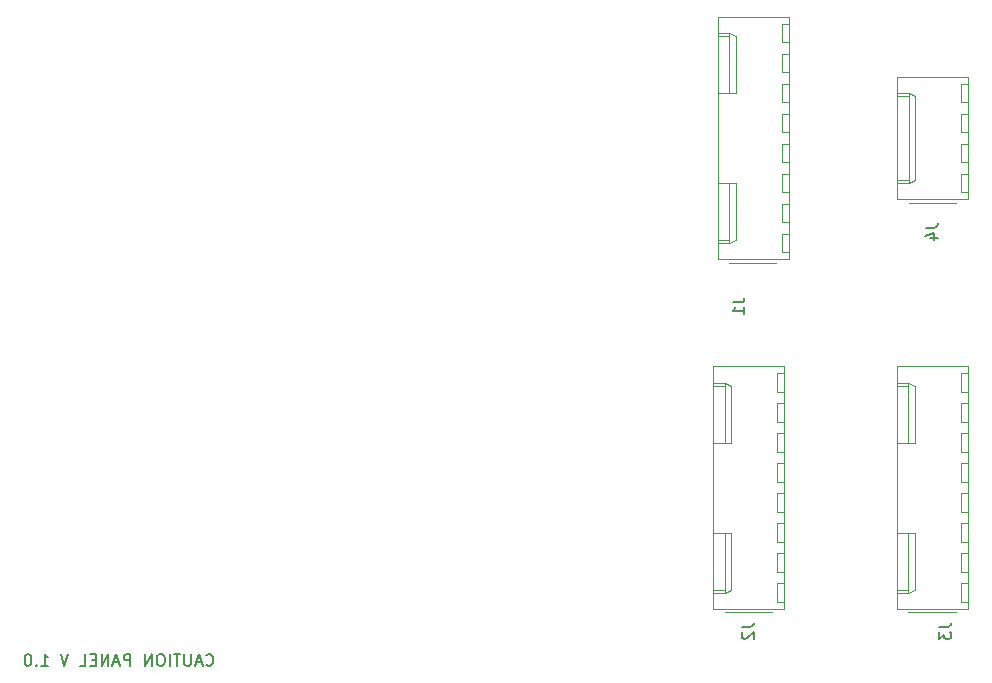
<source format=gbr>
%TF.GenerationSoftware,KiCad,Pcbnew,(6.0.7-1)-1*%
%TF.CreationDate,2023-11-06T04:03:55+10:00*%
%TF.ProjectId,Caution Panel,43617574-696f-46e2-9050-616e656c2e6b,rev?*%
%TF.SameCoordinates,Original*%
%TF.FileFunction,Legend,Bot*%
%TF.FilePolarity,Positive*%
%FSLAX46Y46*%
G04 Gerber Fmt 4.6, Leading zero omitted, Abs format (unit mm)*
G04 Created by KiCad (PCBNEW (6.0.7-1)-1) date 2023-11-06 04:03:55*
%MOMM*%
%LPD*%
G01*
G04 APERTURE LIST*
%ADD10C,0.150000*%
%ADD11C,0.120000*%
G04 APERTURE END LIST*
D10*
X114880952Y-115357142D02*
X114928571Y-115404761D01*
X115071428Y-115452380D01*
X115166666Y-115452380D01*
X115309523Y-115404761D01*
X115404761Y-115309523D01*
X115452380Y-115214285D01*
X115500000Y-115023809D01*
X115500000Y-114880952D01*
X115452380Y-114690476D01*
X115404761Y-114595238D01*
X115309523Y-114500000D01*
X115166666Y-114452380D01*
X115071428Y-114452380D01*
X114928571Y-114500000D01*
X114880952Y-114547619D01*
X114500000Y-115166666D02*
X114023809Y-115166666D01*
X114595238Y-115452380D02*
X114261904Y-114452380D01*
X113928571Y-115452380D01*
X113595238Y-114452380D02*
X113595238Y-115261904D01*
X113547619Y-115357142D01*
X113500000Y-115404761D01*
X113404761Y-115452380D01*
X113214285Y-115452380D01*
X113119047Y-115404761D01*
X113071428Y-115357142D01*
X113023809Y-115261904D01*
X113023809Y-114452380D01*
X112690476Y-114452380D02*
X112119047Y-114452380D01*
X112404761Y-115452380D02*
X112404761Y-114452380D01*
X111785714Y-115452380D02*
X111785714Y-114452380D01*
X111119047Y-114452380D02*
X110928571Y-114452380D01*
X110833333Y-114500000D01*
X110738095Y-114595238D01*
X110690476Y-114785714D01*
X110690476Y-115119047D01*
X110738095Y-115309523D01*
X110833333Y-115404761D01*
X110928571Y-115452380D01*
X111119047Y-115452380D01*
X111214285Y-115404761D01*
X111309523Y-115309523D01*
X111357142Y-115119047D01*
X111357142Y-114785714D01*
X111309523Y-114595238D01*
X111214285Y-114500000D01*
X111119047Y-114452380D01*
X110261904Y-115452380D02*
X110261904Y-114452380D01*
X109690476Y-115452380D01*
X109690476Y-114452380D01*
X108452380Y-115452380D02*
X108452380Y-114452380D01*
X108071428Y-114452380D01*
X107976190Y-114500000D01*
X107928571Y-114547619D01*
X107880952Y-114642857D01*
X107880952Y-114785714D01*
X107928571Y-114880952D01*
X107976190Y-114928571D01*
X108071428Y-114976190D01*
X108452380Y-114976190D01*
X107500000Y-115166666D02*
X107023809Y-115166666D01*
X107595238Y-115452380D02*
X107261904Y-114452380D01*
X106928571Y-115452380D01*
X106595238Y-115452380D02*
X106595238Y-114452380D01*
X106023809Y-115452380D01*
X106023809Y-114452380D01*
X105547619Y-114928571D02*
X105214285Y-114928571D01*
X105071428Y-115452380D02*
X105547619Y-115452380D01*
X105547619Y-114452380D01*
X105071428Y-114452380D01*
X104166666Y-115452380D02*
X104642857Y-115452380D01*
X104642857Y-114452380D01*
X103214285Y-114452380D02*
X102880952Y-115452380D01*
X102547619Y-114452380D01*
X100928571Y-115452380D02*
X101500000Y-115452380D01*
X101214285Y-115452380D02*
X101214285Y-114452380D01*
X101309523Y-114595238D01*
X101404761Y-114690476D01*
X101500000Y-114738095D01*
X100500000Y-115357142D02*
X100452380Y-115404761D01*
X100500000Y-115452380D01*
X100547619Y-115404761D01*
X100500000Y-115357142D01*
X100500000Y-115452380D01*
X99833333Y-114452380D02*
X99738095Y-114452380D01*
X99642857Y-114500000D01*
X99595238Y-114547619D01*
X99547619Y-114642857D01*
X99500000Y-114833333D01*
X99500000Y-115071428D01*
X99547619Y-115261904D01*
X99595238Y-115357142D01*
X99642857Y-115404761D01*
X99738095Y-115452380D01*
X99833333Y-115452380D01*
X99928571Y-115404761D01*
X99976190Y-115357142D01*
X100023809Y-115261904D01*
X100071428Y-115071428D01*
X100071428Y-114833333D01*
X100023809Y-114642857D01*
X99976190Y-114547619D01*
X99928571Y-114500000D01*
X99833333Y-114452380D01*
%TO.C,J2*%
X160226680Y-112166675D02*
X160940966Y-112166675D01*
X161083823Y-112119056D01*
X161179061Y-112023818D01*
X161226680Y-111880961D01*
X161226680Y-111785723D01*
X160321919Y-112595247D02*
X160274300Y-112642866D01*
X160226680Y-112738104D01*
X160226680Y-112976199D01*
X160274300Y-113071437D01*
X160321919Y-113119056D01*
X160417157Y-113166675D01*
X160512395Y-113166675D01*
X160655252Y-113119056D01*
X161226680Y-112547628D01*
X161226680Y-113166675D01*
%TO.C,J1*%
X159452358Y-84666633D02*
X160166644Y-84666633D01*
X160309501Y-84619014D01*
X160404739Y-84523776D01*
X160452358Y-84380919D01*
X160452358Y-84285681D01*
X160452358Y-85666633D02*
X160452358Y-85095205D01*
X160452358Y-85380919D02*
X159452358Y-85380919D01*
X159595216Y-85285681D01*
X159690454Y-85190443D01*
X159738073Y-85095205D01*
%TO.C,J3*%
X176952352Y-112166675D02*
X177666638Y-112166675D01*
X177809495Y-112119056D01*
X177904733Y-112023818D01*
X177952352Y-111880961D01*
X177952352Y-111785723D01*
X176952352Y-112547628D02*
X176952352Y-113166675D01*
X177333305Y-112833342D01*
X177333305Y-112976199D01*
X177380924Y-113071437D01*
X177428543Y-113119056D01*
X177523781Y-113166675D01*
X177761876Y-113166675D01*
X177857114Y-113119056D01*
X177904733Y-113071437D01*
X177952352Y-112976199D01*
X177952352Y-112690485D01*
X177904733Y-112595247D01*
X177857114Y-112547628D01*
%TO.C,J4*%
X175804180Y-78357590D02*
X176518466Y-78357590D01*
X176661323Y-78309971D01*
X176756561Y-78214733D01*
X176804180Y-78071876D01*
X176804180Y-77976638D01*
X176137514Y-79262352D02*
X176804180Y-79262352D01*
X175756561Y-79024257D02*
X176470847Y-78786162D01*
X176470847Y-79405209D01*
D11*
%TO.C,J2*%
X158784300Y-91467600D02*
X158784300Y-96547600D01*
X158784300Y-109247600D02*
X159314300Y-108997600D01*
X163204300Y-97347600D02*
X163204300Y-95747600D01*
X163804300Y-110047600D02*
X163204300Y-110047600D01*
X157784300Y-91717600D02*
X158784300Y-91717600D01*
X162774300Y-110917600D02*
X158774300Y-110917600D01*
X163204300Y-108447600D02*
X163804300Y-108447600D01*
X163804300Y-99887600D02*
X163204300Y-99887600D01*
X163204300Y-104967600D02*
X163204300Y-103367600D01*
X163204300Y-107507600D02*
X163204300Y-105907600D01*
X158784300Y-96547600D02*
X157784300Y-96547600D01*
X163204300Y-105907600D02*
X163804300Y-105907600D01*
X157784300Y-90087600D02*
X163804300Y-90087600D01*
X163204300Y-92267600D02*
X163204300Y-90667600D01*
X163804300Y-102427600D02*
X163204300Y-102427600D01*
X163804300Y-90087600D02*
X163804300Y-110627600D01*
X163204300Y-102427600D02*
X163204300Y-100827600D01*
X159314300Y-104167600D02*
X158784300Y-104167600D01*
X163804300Y-107507600D02*
X163204300Y-107507600D01*
X163204300Y-90667600D02*
X163804300Y-90667600D01*
X163204300Y-93207600D02*
X163804300Y-93207600D01*
X157784300Y-108997600D02*
X158784300Y-108997600D01*
X159314300Y-108997600D02*
X159314300Y-104167600D01*
X163204300Y-110047600D02*
X163204300Y-108447600D01*
X163804300Y-94807600D02*
X163204300Y-94807600D01*
X159314300Y-96547600D02*
X158784300Y-96547600D01*
X158784300Y-109247600D02*
X158784300Y-104167600D01*
X163204300Y-103367600D02*
X163804300Y-103367600D01*
X157784300Y-91467600D02*
X158784300Y-91467600D01*
X157784300Y-109247600D02*
X158784300Y-109247600D01*
X163204300Y-94807600D02*
X163204300Y-93207600D01*
X163204300Y-100827600D02*
X163804300Y-100827600D01*
X163204300Y-98287600D02*
X163804300Y-98287600D01*
X163804300Y-104967600D02*
X163204300Y-104967600D01*
X163804300Y-110627600D02*
X157784300Y-110627600D01*
X158784300Y-104167600D02*
X157784300Y-104167600D01*
X157784300Y-110627600D02*
X157784300Y-90087600D01*
X163204300Y-99887600D02*
X163204300Y-98287600D01*
X159314300Y-91717600D02*
X159314300Y-96547600D01*
X163204300Y-95747600D02*
X163804300Y-95747600D01*
X163804300Y-97347600D02*
X163204300Y-97347600D01*
X158784300Y-91467600D02*
X159314300Y-91717600D01*
X163804300Y-92267600D02*
X163204300Y-92267600D01*
%TO.C,J1*%
X163592500Y-71232600D02*
X164192500Y-71232600D01*
X164192500Y-62672600D02*
X163592500Y-62672600D01*
X163592500Y-66152600D02*
X164192500Y-66152600D01*
X163592500Y-80452600D02*
X163592500Y-78852600D01*
X164192500Y-75372600D02*
X163592500Y-75372600D01*
X159172500Y-79652600D02*
X159702500Y-79402600D01*
X163592500Y-72832600D02*
X163592500Y-71232600D01*
X163592500Y-77912600D02*
X163592500Y-76312600D01*
X164192500Y-77912600D02*
X163592500Y-77912600D01*
X158172500Y-79652600D02*
X159172500Y-79652600D01*
X163162500Y-81322600D02*
X159162500Y-81322600D01*
X158172500Y-62122600D02*
X159172500Y-62122600D01*
X158172500Y-81032600D02*
X158172500Y-60492600D01*
X163592500Y-75372600D02*
X163592500Y-73772600D01*
X159702500Y-79402600D02*
X159702500Y-74572600D01*
X158172500Y-79402600D02*
X159172500Y-79402600D01*
X163592500Y-73772600D02*
X164192500Y-73772600D01*
X164192500Y-65212600D02*
X163592500Y-65212600D01*
X163592500Y-61072600D02*
X164192500Y-61072600D01*
X159702500Y-66952600D02*
X159172500Y-66952600D01*
X159172500Y-74572600D02*
X158172500Y-74572600D01*
X163592500Y-76312600D02*
X164192500Y-76312600D01*
X159172500Y-79652600D02*
X159172500Y-74572600D01*
X164192500Y-80452600D02*
X163592500Y-80452600D01*
X164192500Y-72832600D02*
X163592500Y-72832600D01*
X159172500Y-66952600D02*
X158172500Y-66952600D01*
X163592500Y-68692600D02*
X164192500Y-68692600D01*
X164192500Y-67752600D02*
X163592500Y-67752600D01*
X159702500Y-74572600D02*
X159172500Y-74572600D01*
X163592500Y-63612600D02*
X164192500Y-63612600D01*
X163592500Y-70292600D02*
X163592500Y-68692600D01*
X163592500Y-62672600D02*
X163592500Y-61072600D01*
X164192500Y-60492600D02*
X164192500Y-81032600D01*
X158172500Y-60492600D02*
X164192500Y-60492600D01*
X163592500Y-65212600D02*
X163592500Y-63612600D01*
X163592500Y-67752600D02*
X163592500Y-66152600D01*
X159172500Y-61872600D02*
X159172500Y-66952600D01*
X159172500Y-61872600D02*
X159702500Y-62122600D01*
X164192500Y-70292600D02*
X163592500Y-70292600D01*
X158172500Y-61872600D02*
X159172500Y-61872600D01*
X159702500Y-62122600D02*
X159702500Y-66952600D01*
X164192500Y-81032600D02*
X158172500Y-81032600D01*
X163592500Y-78852600D02*
X164192500Y-78852600D01*
%TO.C,J3*%
X173341800Y-108997600D02*
X174341800Y-108997600D01*
X173341800Y-91717600D02*
X174341800Y-91717600D01*
X179361800Y-99887600D02*
X178761800Y-99887600D01*
X179361800Y-110627600D02*
X173341800Y-110627600D01*
X178761800Y-100827600D02*
X179361800Y-100827600D01*
X179361800Y-94807600D02*
X178761800Y-94807600D01*
X174871800Y-96547600D02*
X174341800Y-96547600D01*
X174341800Y-91467600D02*
X174871800Y-91717600D01*
X178761800Y-97347600D02*
X178761800Y-95747600D01*
X174871800Y-104167600D02*
X174341800Y-104167600D01*
X178761800Y-107507600D02*
X178761800Y-105907600D01*
X173341800Y-90087600D02*
X179361800Y-90087600D01*
X174341800Y-109247600D02*
X174871800Y-108997600D01*
X178761800Y-92267600D02*
X178761800Y-90667600D01*
X179361800Y-107507600D02*
X178761800Y-107507600D01*
X178761800Y-102427600D02*
X178761800Y-100827600D01*
X178761800Y-95747600D02*
X179361800Y-95747600D01*
X174341800Y-109247600D02*
X174341800Y-104167600D01*
X178761800Y-110047600D02*
X178761800Y-108447600D01*
X174341800Y-96547600D02*
X173341800Y-96547600D01*
X173341800Y-91467600D02*
X174341800Y-91467600D01*
X174341800Y-91467600D02*
X174341800Y-96547600D01*
X179361800Y-92267600D02*
X178761800Y-92267600D01*
X178761800Y-98287600D02*
X179361800Y-98287600D01*
X178761800Y-105907600D02*
X179361800Y-105907600D01*
X174871800Y-108997600D02*
X174871800Y-104167600D01*
X173341800Y-109247600D02*
X174341800Y-109247600D01*
X178331800Y-110917600D02*
X174331800Y-110917600D01*
X178761800Y-93207600D02*
X179361800Y-93207600D01*
X179361800Y-97347600D02*
X178761800Y-97347600D01*
X178761800Y-103367600D02*
X179361800Y-103367600D01*
X178761800Y-108447600D02*
X179361800Y-108447600D01*
X173341800Y-110627600D02*
X173341800Y-90087600D01*
X178761800Y-90667600D02*
X179361800Y-90667600D01*
X179361800Y-90087600D02*
X179361800Y-110627600D01*
X179361800Y-104967600D02*
X178761800Y-104967600D01*
X178761800Y-94807600D02*
X178761800Y-93207600D01*
X178761800Y-104967600D02*
X178761800Y-103367600D01*
X174341800Y-104167600D02*
X173341800Y-104167600D01*
X178761800Y-99887600D02*
X178761800Y-98287600D01*
X174871800Y-91717600D02*
X174871800Y-96547600D01*
X179361800Y-102427600D02*
X178761800Y-102427600D01*
X179361800Y-110047600D02*
X178761800Y-110047600D01*
%TO.C,J4*%
X173361800Y-74572600D02*
X174361800Y-74572600D01*
X179381800Y-67752600D02*
X178781800Y-67752600D01*
X178781800Y-70292600D02*
X178781800Y-68692600D01*
X178781800Y-71232600D02*
X179381800Y-71232600D01*
X179381800Y-70292600D02*
X178781800Y-70292600D01*
X178781800Y-73772600D02*
X179381800Y-73772600D01*
X174361800Y-74572600D02*
X174891800Y-74322600D01*
X174361800Y-66952600D02*
X173361800Y-66952600D01*
X179381800Y-75952600D02*
X173361800Y-75952600D01*
X174361800Y-74572600D02*
X174361800Y-66952600D01*
X173361800Y-74322600D02*
X174361800Y-74322600D01*
X174891800Y-74322600D02*
X174891800Y-67202600D01*
X179381800Y-75372600D02*
X178781800Y-75372600D01*
X178781800Y-68692600D02*
X179381800Y-68692600D01*
X174891800Y-67202600D02*
X174361800Y-66952600D01*
X178781800Y-67752600D02*
X178781800Y-66152600D01*
X173361800Y-65572600D02*
X179381800Y-65572600D01*
X179381800Y-65572600D02*
X179381800Y-75952600D01*
X179381800Y-72832600D02*
X178781800Y-72832600D01*
X178781800Y-72832600D02*
X178781800Y-71232600D01*
X173361800Y-67202600D02*
X174361800Y-67202600D01*
X173361800Y-75952600D02*
X173361800Y-65572600D01*
X178781800Y-66152600D02*
X179381800Y-66152600D01*
X178351800Y-76242600D02*
X174351800Y-76242600D01*
X178781800Y-75372600D02*
X178781800Y-73772600D01*
%TD*%
M02*

</source>
